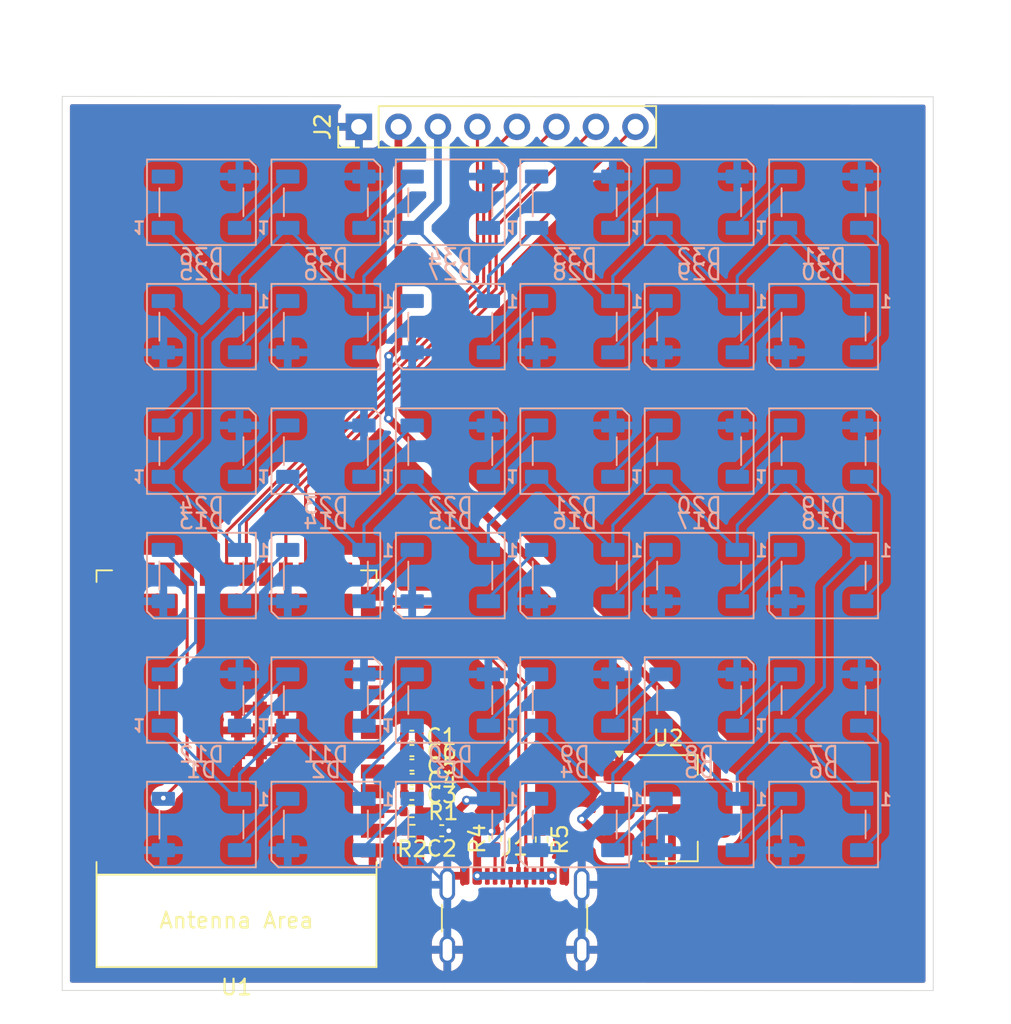
<source format=kicad_pcb>
(kicad_pcb (version 20241129) (generator "pcbnew") (generator_version "8.99")
  (layers (0 "F.Cu" signal) (2 "B.Cu" signal) (13 "F.Paste" user) (15 "B.Paste" user) (5 "F.SilkS" user "F.Silkscreen") (7 "B.SilkS" user "B.Silkscreen") (1 "F.Mask" user) (3 "B.Mask" user) (25 "Edge.Cuts" user))
  (net 0 "")
  (net 1 "GND")
  (net 2 "VCC")
  (net 3 "+3V3")
  (net 4 "Net-(D1-DOUT)")
  (net 5 "Net-(D2-DOUT)")
  (net 6 "Net-(D3-DOUT)")
  (net 7 "Net-(D4-DOUT)")
  (net 8 "Net-(D5-DOUT)")
  (net 9 "Net-(D7-DOUT)")
  (net 10 "Net-(D8-DOUT)")
  (net 11 "Net-(D10-DIN)")
  (net 12 "Net-(D10-DOUT)")
  (net 13 "Net-(D11-DOUT)")
  (net 14 "Net-(D13-DOUT)")
  (net 15 "Net-(D14-DOUT)")
  (net 16 "Net-(D15-DOUT)")
  (net 17 "Net-(D16-DOUT)")
  (net 18 "Net-(D17-DOUT)")
  (net 19 "Net-(D19-DOUT)")
  (net 20 "Net-(D20-DOUT)")
  (net 21 "Net-(D21-DOUT)")
  (net 22 "Net-(D22-DOUT)")
  (net 23 "Net-(D23-DOUT)")
  (net 24 "Net-(D24-DOUT)")
  (net 25 "Net-(D25-DOUT)")
  (net 26 "Net-(D26-DOUT)")
  (net 27 "Net-(D27-DOUT)")
  (net 28 "Net-(D28-DOUT)")
  (net 29 "Net-(D29-DOUT)")
  (net 30 "Net-(D30-DOUT)")
  (net 31 "Net-(D31-DOUT)")
  (net 32 "Net-(D32-DOUT)")
  (net 33 "Net-(D33-DOUT)")
  (net 35 "D+")
  (net 36 "D-")
  (net 37 "Net-(J1-CC1)")
  (net 38 "Net-(J1-CC2)")
  (net 39 "Net-(U1-EN)")
  (net 40 "Net-(U1-3V3)")
  (net 42 "LEDs")
  (net 43 "Net-(D6-DOUT)")
  (net 44 "Net-(D12-DOUT)")
  (net 45 "Net-(D18-DOUT)")
  (net 49 "GPIO10")
  (net 52 "GPIO9")
  (net 53 "GPIO11")
  (net 68 "Net-(D34-DOUT)")
  (net 69 "Net-(D35-DOUT)")
  (net 70 "GPIO13")
  (net 71 "GPIO12")
  (footprint "Package_TO_SOT_SMD:SOT-223-3_TabPin2" (layer "F.Cu") (at 80.45 72.95)
    (property "Reference" "U2")
    (property "Value" "NCP1117-3.3_SOT223")
  )
  (footprint "Capacitor_SMD:C_0402_1005Metric" (layer "F.Cu") (at 63.98 69.25)
    (property "Reference" "C6")
    (property "Value" "1u")
  )
  (footprint "Capacitor_SMD:C_0402_1005Metric" (layer "F.Cu") (at 65.9 74.4)
    (property "Reference" "C2")
    (property "Value" "10u")
  )
  (footprint "Capacitor_SMD:C_0402_1005Metric" (layer "F.Cu") (at 63.975 68.325)
    (property "Reference" "C1")
    (property "Value" "1u")
  )
  (footprint "Resistor_SMD:R_0402_1005Metric" (layer "F.Cu") (at 63.95 73.15 180)
    (property "Reference" "R1")
    (property "Value" "10k")
  )
  (footprint "PCM_Espressif:ESP32-S3-WROOM-1" (layer "F.Cu") (at 52.705 67.412 180)
    (property "Reference" "U1")
    (property "Value" "ESP32-S3-WROOM-1")
  )
  (footprint "Capacitor_SMD:C_0402_1005Metric" (layer "F.Cu") (at 63.98 70.175)
    (property "Reference" "C5")
    (property "Value" "1u")
  )
  (footprint "Capacitor_SMD:C_0402_1005Metric" (layer "F.Cu") (at 63.98 72.06)
    (property "Reference" "C3")
    (property "Value" "1u")
  )
  (footprint "Connector_USB:USB_C_Receptacle_GCT_USB4105-xx-A_16P_TopMnt_Horizontal" (layer "F.Cu") (at 70.58 80.975)
    (property "Reference" "J1")
    (property "Value" "USB_C_Receptacle_USB2.0_14P")
  )
  (footprint "Resistor_SMD:R_0402_1005Metric" (layer "F.Cu") (at 69.35 74.91 90)
    (property "Reference" "R4")
    (property "Value" "5.1k")
  )
  (footprint "Capacitor_SMD:C_0402_1005Metric" (layer "F.Cu") (at 64 71.1)
    (property "Reference" "C4")
    (property "Value" "1u")
  )
  (footprint "Connector_PinHeader_2.54mm:PinHeader_1x08_P2.54mm_Vertical" (layer "F.Cu") (at 60.575 29.15 90)
    (property "Reference" "J2")
    (property "Value" "Conn_01x08")
  )
  (footprint "Resistor_SMD:R_0402_1005Metric" (layer "F.Cu") (at 72.325 74.965 -90)
    (property "Reference" "R5")
    (property "Value" "5.1k")
  )
  (footprint "Resistor_SMD:R_0402_1005Metric" (layer "F.Cu") (at 64.01 74.4)
    (property "Reference" "R2")
    (property "Value" "100n")
  )
  (footprint "LED_SMD:LED_WS2812B_PLCC4_5.0x5.0mm_P3.2mm" (layer "B.Cu") (at 58.45 50)
    (property "Reference" "D23")
    (property "Value" "WS2812B")
  )
  (footprint "LED_SMD:LED_WS2812B_PLCC4_5.0x5.0mm_P3.2mm" (layer "B.Cu") (at 90.45 50)
    (property "Reference" "D19")
    (property "Value" "WS2812B")
  )
  (footprint "LED_SMD:LED_WS2812B_PLCC4_5.0x5.0mm_P3.2mm" (layer "B.Cu") (at 82.45 50)
    (property "Reference" "D20")
    (property "Value" "WS2812B")
  )
  (footprint "LED_SMD:LED_WS2812B_PLCC4_5.0x5.0mm_P3.2mm" (layer "B.Cu") (at 58.45 66)
    (property "Reference" "D11")
    (property "Value" "WS2812B")
  )
  (footprint "LED_SMD:LED_WS2812B_PLCC4_5.0x5.0mm_P3.2mm" (layer "B.Cu") (at 50.45 50)
    (property "Reference" "D24")
    (property "Value" "WS2812B")
  )
  (footprint "LED_SMD:LED_WS2812B_PLCC4_5.0x5.0mm_P3.2mm" (layer "B.Cu") (at 66.45 58 180)
    (property "Reference" "D15")
    (property "Value" "WS2812B")
  )
  (footprint "LED_SMD:LED_WS2812B_PLCC4_5.0x5.0mm_P3.2mm" (layer "B.Cu") (at 50.45 74 180)
    (property "Reference" "D1")
    (property "Value" "WS2812B")
  )
  (footprint "LED_SMD:LED_WS2812B_PLCC4_5.0x5.0mm_P3.2mm" (layer "B.Cu") (at 74.45 34)
    (property "Reference" "D33")
    (property "Value" "WS2812B")
  )
  (footprint "LED_SMD:LED_WS2812B_PLCC4_5.0x5.0mm_P3.2mm" (layer "B.Cu") (at 74.45 66)
    (property "Reference" "D9")
    (property "Value" "WS2812B")
  )
  (footprint "LED_SMD:LED_WS2812B_PLCC4_5.0x5.0mm_P3.2mm" (layer "B.Cu") (at 66.45 66)
    (property "Reference" "D10")
    (property "Value" "WS2812B")
  )
  (footprint "LED_SMD:LED_WS2812B_PLCC4_5.0x5.0mm_P3.2mm" (layer "B.Cu") (at 90.45 34)
    (property "Reference" "D31")
    (property "Value" "WS2812B")
  )
  (footprint "LED_SMD:LED_WS2812B_PLCC4_5.0x5.0mm_P3.2mm" (layer "B.Cu") (at 58.45 74 180)
    (property "Reference" "D2")
    (property "Value" "WS2812B")
  )
  (footprint "LED_SMD:LED_WS2812B_PLCC4_5.0x5.0mm_P3.2mm" (layer "B.Cu") (at 74.45 42 180)
    (property "Reference" "D28")
    (property "Value" "WS2812B")
  )
  (footprint "LED_SMD:LED_WS2812B_PLCC4_5.0x5.0mm_P3.2mm" (layer "B.Cu") (at 58.45 58 180)
    (property "Reference" "D14")
    (property "Value" "WS2812B")
  )
  (footprint "LED_SMD:LED_WS2812B_PLCC4_5.0x5.0mm_P3.2mm" (layer "B.Cu") (at 74.45 74 180)
    (property "Reference" "D4")
    (property "Value" "WS2812B")
  )
  (footprint "LED_SMD:LED_WS2812B_PLCC4_5.0x5.0mm_P3.2mm" (layer "B.Cu") (at 66.45 42 180)
    (property "Reference" "D27")
    (property "Value" "WS2812B")
  )
  (footprint "LED_SMD:LED_WS2812B_PLCC4_5.0x5.0mm_P3.2mm" (layer "B.Cu") (at 90.45 74 180)
    (property "Reference" "D6")
    (property "Value" "WS2812B")
  )
  (footprint "LED_SMD:LED_WS2812B_PLCC4_5.0x5.0mm_P3.2mm" (layer "B.Cu") (at 50.45 66)
    (property "Reference" "D12")
    (property "Value" "WS2812B")
  )
  (footprint "LED_SMD:LED_WS2812B_PLCC4_5.0x5.0mm_P3.2mm" (layer "B.Cu") (at 66.45 34)
    (property "Reference" "D34")
    (property "Value" "WS2812B")
  )
  (footprint "LED_SMD:LED_WS2812B_PLCC4_5.0x5.0mm_P3.2mm" (layer "B.Cu") (at 90.45 58 180)
    (property "Reference" "D18")
    (property "Value" "WS2812B")
  )
  (footprint "LED_SMD:LED_WS2812B_PLCC4_5.0x5.0mm_P3.2mm" (layer "B.Cu") (at 66.45 74 180)
    (property "Reference" "D3")
    (property "Value" "WS2812B")
  )
  (footprint "LED_SMD:LED_WS2812B_PLCC4_5.0x5.0mm_P3.2mm" (layer "B.Cu") (at 50.45 42 180)
    (property "Reference" "D25")
    (property "Value" "WS2812B")
  )
  (footprint "LED_SMD:LED_WS2812B_PLCC4_5.0x5.0mm_P3.2mm" (layer "B.Cu") (at 50.45 34)
    (property "Reference" "D36")
    (property "Value" "WS2812B")
  )
  (footprint "LED_SMD:LED_WS2812B_PLCC4_5.0x5.0mm_P3.2mm" (layer "B.Cu") (at 82.45 34)
    (property "Reference" "D32")
    (property "Value" "WS2812B")
  )
  (footprint "LED_SMD:LED_WS2812B_PLCC4_5.0x5.0mm_P3.2mm" (layer "B.Cu") (at 74.45 50)
    (property "Reference" "D21")
    (property "Value" "WS2812B")
  )
  (footprint "LED_SMD:LED_WS2812B_PLCC4_5.0x5.0mm_P3.2mm" (layer "B.Cu") (at 82.45 66)
    (property "Reference" "D8")
    (property "Value" "WS2812B")
  )
  (footprint "LED_SMD:LED_WS2812B_PLCC4_5.0x5.0mm_P3.2mm" (layer "B.Cu") (at 74.45 58 180)
    (property "Reference" "D16")
    (property "Value" "WS2812B")
  )
  (footprint "LED_SMD:LED_WS2812B_PLCC4_5.0x5.0mm_P3.2mm" (layer "B.Cu") (at 58.45 34)
    (property "Reference" "D35")
    (property "Value" "WS2812B")
  )
  (footprint "LED_SMD:LED_WS2812B_PLCC4_5.0x5.0mm_P3.2mm" (layer "B.Cu") (at 50.45 58 180)
    (property "Reference" "D13")
    (property "Value" "WS2812B")
  )
  (footprint "LED_SMD:LED_WS2812B_PLCC4_5.0x5.0mm_P3.2mm" (layer "B.Cu") (at 82.45 74 180)
    (property "Reference" "D5")
    (property "Value" "WS2812B")
  )
  (footprint "LED_SMD:LED_WS2812B_PLCC4_5.0x5.0mm_P3.2mm" (layer "B.Cu") (at 82.45 58 180)
    (property "Reference" "D17")
    (property "Value" "WS2812B")
  )
  (footprint "LED_SMD:LED_WS2812B_PLCC4_5.0x5.0mm_P3.2mm" (layer "B.Cu") (at 90.45 42 180)
    (property "Reference" "D30")
    (property "Value" "WS2812B")
  )
  (footprint "LED_SMD:LED_WS2812B_PLCC4_5.0x5.0mm_P3.2mm" (layer "B.Cu") (at 82.45 42 180)
    (property "Reference" "D29")
    (property "Value" "WS2812B")
  )
  (footprint "LED_SMD:LED_WS2812B_PLCC4_5.0x5.0mm_P3.2mm" (layer "B.Cu") (at 58.45 42 180)
    (property "Reference" "D26")
    (property "Value" "WS2812B")
  )
  (footprint "LED_SMD:LED_WS2812B_PLCC4_5.0x5.0mm_P3.2mm" (layer "B.Cu") (at 66.45 50)
    (property "Reference" "D22")
    (property "Value" "WS2812B")
  )
  (footprint "LED_SMD:LED_WS2812B_PLCC4_5.0x5.0mm_P3.2mm" (layer "B.Cu") (at 90.45 66)
    (property "Reference" "D7")
    (property "Value" "WS2812B")
  )
  (gr_line (start 65.98 84.67) (end 97.5 84.675) (stroke (width 0.05)) (layer "Edge.Cuts"))
  (gr_line (start 97.5 27.225) (end 41.5 27.2) (stroke (width 0.05)) (layer "Edge.Cuts"))
  (gr_line (start 41.5 27.2) (end 41.5 84.67) (stroke (width 0.05)) (layer "Edge.Cuts"))
  (gr_line (start 97.5 84.675) (end 97.5 27.225) (stroke (width 0.05)) (layer "Edge.Cuts"))
  (gr_line (start 65.98 84.67) (end 41.5 84.67) (stroke (width 0.05)) (layer "Edge.Cuts"))
  (segment (start 66.35 74.4) (end 66.38 74.4) (width 0.2) (layer "F.Cu") (net 1))
  (segment (start 63.5 71.08) (end 63.52 71.1) (width 0.5) (layer "F.Cu") (net 1))
  (segment (start 69.35 74.4) (end 69.324265 74.425735) (width 0.2) (layer "F.Cu") (net 1))
  (segment (start 69.324265 74.425735) (end 69.075735 74.425735) (width 0.2) (layer "F.Cu") (net 1))
  (via (at 69.075735 74.425735) (size 0.6) (drill 0.3) (layers "F.Cu" "B.Cu") (net 1))
  (via (at 66.35 74.4) (size 0.6) (drill 0.3) (layers "F.Cu" "B.Cu") (net 1))
  (segment (start 66.22 77.87) (end 64 75.65) (width 0.2) (layer "B.Cu") (net 1))
  (segment (start 66.26 77.87) (end 66.22 77.87) (width 0.2) (layer "B.Cu") (net 1))
  (segment (start 52.9 48.35) (end 52.9 48.7) (width 0.2) (layer "B.Cu") (net 1))
  (segment (start 66.375735 74.425735) (end 66.35 74.4) (width 0.2) (layer "B.Cu") (net 1))
  (segment (start 48.04 59.69) (end 48 59.65) (width 0.2) (layer "B.Cu") (net 1))
  (segment (start 69.075735 74.425735) (end 66.375735 74.425735) (width 0.2) (layer "B.Cu") (net 1))
  (segment (start 66.9 73.15) (end 68.18 74.43) (width 0.5) (layer "F.Cu") (net 2))
  (segment (start 64.455 73.145) (end 64.46 73.15) (width 0.5) (layer "F.Cu") (net 2))
  (segment (start 77.3 75.25) (end 76.5 75.25) (width 0.5) (layer "F.Cu") (net 2))
  (segment (start 76.5 75.25) (end 74.9 73.65) (width 0.5) (layer "F.Cu") (net 2))
  (segment (start 64.46 73.15) (end 66.9 73.15) (width 0.5) (layer "F.Cu") (net 2))
  (segment (start 67.5 72.55) (end 67.5 72.45) (width 0.5) (layer "F.Cu") (net 2))
  (segment (start 68.18 74.43) (end 68.18 77.295) (width 0.5) (layer "F.Cu") (net 2))
  (segment (start 63.385 77.915) (end 63.4 77.9) (width 0.5) (layer "F.Cu") (net 2))
  (segment (start 66.9 73.15) (end 67.5 72.55) (width 0.5) (layer "F.Cu") (net 2))
  (segment (start 63.375 77.915) (end 63.385 77.915) (width 0.5) (layer "F.Cu") (net 2))
  (segment (start 64.455 68.325) (end 64.455 73.145) (width 0.5) (layer "F.Cu") (net 2))
  (via (at 72.98 77.295) (size 0.6) (drill 0.3) (layers "F.Cu" "B.Cu") (net 2))
  (via (at 68.18 77.3) (size 0.6) (drill 0.3) (layers "F.Cu" "B.Cu") (net 2))
  (via (at 74.9 73.65) (size 0.6) (drill 0.3) (layers "F.Cu" "B.Cu") (net 2))
  (via (at 67.5 72.45) (size 0.6) (drill 0.3) (layers "F.Cu" "B.Cu") (net 2))
  (segment (start 52.9 72.35) (end 52.9 70.75) (width 0.2) (layer "B.Cu") (net 2))
  (segment (start 60.9 72.425) (end 60.9 72.35) (width 0.5) (layer "B.Cu") (net 2))
  (segment (start 56.2 67.65) (end 56 67.65) (width 0.2) (layer "B.Cu") (net 2))
  (segment (start 84.9 56.35) (end 80.2 51.65) (width 0.2) (layer "B.Cu") (net 2))
  (segment (start 60.7 56.35) (end 57.4 53.05) (width 0.2) (layer "B.Cu") (net 2))
  (segment (start 50.5 42.75) (end 52.9 40.35) (width 0.2) (layer "B.Cu") (net 2))
  (segment (start 76.9 40.35) (end 76.9 38.75) (width 0.2) (layer "B.Cu") (net 2))
  (segment (start 65.655 33.995) (end 64 35.65) (width 0.5) (layer "B.Cu") (net 2))
  (segment (start 92.7 72.35) (end 88 67.65) (width 0.2) (layer "B.Cu") (net 2))
  (segment (start 90.5 58.75) (end 92.9 56.35) (width 0.2) (layer "B.Cu") (net 2))
  (segment (start 67.5 72.45) (end 68.8 72.45) (width 0.5) (layer "B.Cu") (net 2))
  (segment (start 60.9 56.35) (end 60.9 54.75) (width 0.2) (layer "B.Cu") (net 2))
  (segment (start 76.9 56.35) (end 72.2 51.65) (width 0.2) (layer "B.Cu") (net 2))
  (segment (start 76.2 72.35) (end 76.9 72.35) (width 0.5) (layer "B.Cu") (net 2))
  (segment (start 52.9 40.35) (end 52.9 38.75) (width 0.2) (layer "B.Cu") (net 2))
  (segment (start 72.2 51.65) (end 72 51.65) (width 0.2) (layer "B.Cu") (net 2))
  (segment (start 64.2 35.65) (end 68.9 40.35) (width 0.2) (layer "B.Cu") (net 2))
  (segment (start 60.9 70.75) (end 64 67.65) (width 0.2) (layer "B.Cu") (net 2))
  (segment (start 80.2 67.65) (end 80 67.65) (width 0.2) (layer "B.Cu") (net 2))
  (segment (start 56 35.65) (end 60.7 40.35) (width 0.2) (layer "B.Cu") (net 2))
  (segment (start 68.61 72.35) (end 68.9 72.35) (width 0.5) (layer "B.Cu") (net 2))
  (segment (start 60.9 72.35) (end 60.9 70.75) (width 0.2) (layer "B.Cu") (net 2))
  (segment (start 68.9 56.35) (end 68.7 56.35) (width 0.2) (layer "B.Cu") (net 2))
  (segment (start 52.9 72.35) (end 52.7 72.35) (width 0.2) (layer "B.Cu") (net 2))
  (segment (start 68.9 70.75) (end 72 67.65) (width 0.2) (layer "B.Cu") (net 2))
  (segment (start 90.5 65.15) (end 90.5 58.75) (width 0.2) (layer "B.Cu") (net 2))
  (segment (start 84.9 70.75) (end 88 67.65) (width 0.2) (layer "B.Cu") (net 2))
  (segment (start 52.9 70.75) (end 56 67.65) (width 0.2) (layer "B.Cu") (net 2))
  (segment (start 80.2 51.65) (end 80 51.65) (width 0.2) (layer "B.Cu") (net 2))
  (segment (start 57.4 53.05) (end 56 51.65) (width 0.2) (layer "B.Cu") (net 2))
  (segment (start 60.9 56.35) (end 60.7 56.35) (width 0.2) (layer "B.Cu") (net 2))
  (segment (start 60.9 54.75) (end 64 51.65) (width 0.2) (layer "B.Cu") (net 2))
  (segment (start 52.9 40.35) (end 48.2 35.65) (width 0.2) (layer "B.Cu") (net 2))
  (segment (start 84.9 54.75) (end 88 51.65) (width 0.2) (layer "B.Cu") (net 2))
  (segment (start 72 35.65) (end 76.7 40.35) (width 0.2) (layer "B.Cu") (net 2))
  (segment (start 76.7 40.35) (end 76.9 40.35) (width 0.2) (layer "B.Cu") (net 2))
  (segment (start 74.9 73.65) (end 76.2 72.35) (width 0.5) (layer "B.Cu") (net 2))
  (segment (start 60.7 40.35) (end 60.9 40.35) (width 0.2) (layer "B.Cu") (net 2))
  (segment (start 52.7 72.35) (end 48 67.65) (width 0.2) (layer "B.Cu") (net 2))
  (segment (start 52.9 56.35) (end 48.2 51.65) (width 0.2) (layer "B.Cu") (net 2))
  (segment (start 88 67.65) (end 90.5 65.15) (width 0.2) (layer "B.Cu") (net 2))
  (segment (start 68.18 77.295) (end 68.18 77.3) (width 0.5) (layer "B.Cu") (net 2))
  (segment (start 72.98 77.3) (end 72.98 77.295) (width 0.5) (layer "B.Cu") (net 2))
  (segment (start 76.9 54.75) (end 80 51.65) (width 0.2) (layer "B.Cu") (net 2))
  (segment (start 64 35.65) (end 64.2 35.65) (width 0.2) (layer "B.Cu") (net 2))
  (segment (start 84.9 40.35) (end 84.9 38.75) (width 0.2) (layer "B.Cu") (net 2))
  (segment (start 60.9 38.75) (end 64 35.65) (width 0.2) (layer "B.Cu") (net 2))
  (segment (start 52.9 56.35) (end 52.9 54.75) (width 0.2) (layer "B.Cu") (net 2))
  (segment (start 92.7 56.35) (end 88 51.65) (width 0.2) (layer "B.Cu") (net 2))
  (segment (start 76.9 56.35) (end 76.9 54.75) (width 0.2) (layer "B.Cu") (net 2))
  (segment (start 68.9 38.75) (end 72 35.65) (width 0.2) (layer "B.Cu") (net 2))
  (segment (start 52.9 54.75) (end 56 51.65) (width 0.2) (layer "B.Cu") (net 2))
  (segment (start 68.9 40.35) (end 68.9 38.75) (width 0.2) (layer "B.Cu") (net 2))
  (segment (start 76.9 72.35) (end 76.9 70.75) (width 0.2) (layer "B.Cu") (net 2))
  (segment (start 76.9 72.35) (end 76.7 72.35) (width 0.2) (layer "B.Cu") (net 2))
  (segment (start 72.98 77.295) (end 71.65 77.295) (width 0.5) (layer "B.Cu") (net 2))
  (segment (start 92.9 56.35) (end 92.7 56.35) (width 0.2) (layer "B.Cu") (net 2))
  (segment (start 80 35.65) (end 84.7 40.35) (width 0.2) (layer "B.Cu") (net 2))
  (segment (start 84.9 38.75) (end 88 35.65) (width 0.2) (layer "B.Cu") (net 2))
  (segment (start 76.9 70.75) (end 80 67.65) (width 0.2) (layer "B.Cu") (net 2))
  (segment (start 84.7 40.35) (end 84.9 40.35) (width 0.2) (layer "B.Cu") (net 2))
  (segment (start 76.9 38.75) (end 80 35.65) (width 0.2) (layer "B.Cu") (net 2))
  (segment (start 68.8 72.45) (end 68.9 72.35) (width 0.5) (layer "B.Cu") (net 2))
  (segment (start 92.7 40.35) (end 92.9 40.35) (width 0.2) (layer "B.Cu") (net 2))
  (segment (start 92.9 72.35) (end 92.7 72.35) (width 0.2) (layer "B.Cu") (net 2))
  (segment (start 68.9 54.75) (end 72 51.65) (width 0.2) (layer "B.Cu") (net 2))
  (segment (start 88 35.65) (end 92.7 40.35) (width 0.2) (layer "B.Cu") (net 2))
  (segment (start 84.9 56.35) (end 84.9 54.75) (width 0.2) (layer "B.Cu") (net 2))
  (segment (start 68.9 72.35) (end 68.9 70.75) (width 0.2) (layer "B.Cu") (net 2))
  (segment (start 71.65 77.295) (end 68.18 77.295) (width 0.5) (layer "B.Cu") (net 2))
  (segment (start 60.9 40.35) (end 60.9 38.75) (width 0.2) (layer "B.Cu") (net 2))
  (segment (start 65.655 29.15) (end 65.655 33.995) (width 0.5) (layer "B.Cu") (net 2))
  (segment (start 68.7 56.35) (end 64 51.65) (width 0.2) (layer "B.Cu") (net 2))
  (segment (start 50.5 49.15) (end 50.5 42.75) (width 0.2) (layer "B.Cu") (net 2))
  (segment (start 48 51.65) (end 50.5 49.15) (width 0.2) (layer "B.Cu") (net 2))
  (segment (start 68.7 72.35) (end 64 67.65) (width 0.2) (layer "B.Cu") (net 2))
  (segment (start 84.9 72.35) (end 84.9 70.75) (width 0.2) (layer "B.Cu") (net 2))
  (segment (start 68.9 56.35) (end 68.9 54.75) (width 0.2) (layer "B.Cu") (net 2))
  (segment (start 84.9 72.35) (end 80.2 67.65) (width 0.2) (layer "B.Cu") (net 2))
  (segment (start 71.155 77.295) (end 71.65 77.295) (width 0.5) (layer "B.Cu") (net 2))
  (segment (start 60.9 72.35) (end 56.2 67.65) (width 0.2) (layer "B.Cu") (net 2))
  (segment (start 76.7 72.35) (end 72 67.65) (width 0.2) (layer "B.Cu") (net 2))
  (segment (start 52.9 38.75) (end 56 35.65) (width 0.2) (layer "B.Cu") (net 2))
  (segment (start 68.9 72.35) (end 68.7 72.35) (width 0.2) (layer "B.Cu") (net 2))
  (segment (start 77.3 72.95) (end 80.7 72.95) (width 0.5) (layer "F.Cu") (net 3))
  (segment (start 80.7 72.95) (end 83.6 72.95) (width 0.5) (layer "F.Cu") (net 3))
  (segment (start 77.2 80.35) (end 66 80.35) (width 0.5) (layer "F.Cu") (net 3))
  (segment (start 62.483465 47.883465) (end 83.6 69) (width 0.5) (layer "F.Cu") (net 3))
  (segment (start 63.115 29.15) (end 63.115 43.285) (width 0.5) (layer "F.Cu") (net 3))
  (segment (start 83.6 69) (end 83.6 72.95) (width 0.5) (layer "F.Cu") (net 3))
  (segment (start 64.52 78.87) (end 64.52 74.4) (width 0.5) (layer "F.Cu") (net 3))
  (segment (start 80.7 72.95) (end 80.7 76.85) (width 0.5) (layer "F.Cu") (net 3))
  (segment (start 65.42 74.4) (end 64.52 74.4) (width 0.5) (layer "F.Cu") (net 3))
  (segment (start 63.115 43.285) (end 62.5 43.9) (width 0.5) (layer "F.Cu") (net 3))
  (segment (start 66 80.35) (end 64.52 78.87) (width 0.5) (layer "F.Cu") (net 3))
  (segment (start 80.7 76.85) (end 77.2 80.35) (width 0.5) (layer "F.Cu") (net 3))
  (via (at 62.483465 47.883465) (size 0.6) (drill 0.3) (layers "F.Cu" "B.Cu") (net 3))
  (via (at 62.5 43.9) (size 0.6) (drill 0.3) (layers "F.Cu" "B.Cu") (net 3))
  (segment (start 62.5 47.86693) (end 62.483465 47.883465) (width 0.5) (layer "B.Cu") (net 3))
  (segment (start 62.5 43.9) (end 62.5 47.86693) (width 0.5) (layer "B.Cu") (net 3))
  (segment (start 52.9 75.45) (end 56 72.35) (width 0.2) (layer "B.Cu") (net 4))
  (segment (start 52.9 75.65) (end 52.9 75.45) (width 0.2) (layer "B.Cu") (net 4))
  (segment (start 60.9 75.65) (end 60.9 75.45) (width 0.2) (layer "B.Cu") (net 5))
  (segment (start 60.9 75.45) (end 64 72.35) (width 0.2) (layer "B.Cu") (net 5))
  (segment (start 68.9 75.45) (end 72 72.35) (width 0.2) (layer "B.Cu") (net 6))
  (segment (start 68.9 75.65) (end 68.9 75.45) (width 0.2) (layer "B.Cu") (net 6))
  (segment (start 76.9 75.45) (end 80 72.35) (width 0.2) (layer "B.Cu") (net 7))
  (segment (start 76.9 75.65) (end 76.9 75.45) (width 0.2) (layer "B.Cu") (net 7))
  (segment (start 84.9 75.65) (end 84.9 75.45) (width 0.2) (layer "B.Cu") (net 8))
  (segment (start 84.9 75.45) (end 88 72.35) (width 0.2) (layer "B.Cu") (net 8))
  (segment (start 84.9 67.65) (end 84.9 67.45) (width 0.2) (layer "B.Cu") (net 9))
  (segment (start 84.9 67.45) (end 88 64.35) (width 0.2) (layer "B.Cu") (net 9))
  (segment (start 76.9 67.45) (end 80 64.35) (width 0.2) (layer "B.Cu") (net 10))
  (segment (start 76.9 67.65) (end 76.9 67.45) (width 0.2) (layer "B.Cu") (net 10))
  (segment (start 68.9 67.65) (end 68.9 67.45) (width 0.2) (layer "B.Cu") (net 11))
  (segment (start 68.9 67.45) (end 72 64.35) (width 0.2) (layer "B.Cu") (net 11))
  (segment (start 60.9 67.45) (end 64 64.35) (width 0.2) (layer "B.Cu") (net 12))
  (segment (start 60.9 67.65) (end 60.9 67.45) (width 0.2) (layer "B.Cu") (net 12))
  (segment (start 52.9 67.45) (end 56 64.35) (width 0.2) (layer "B.Cu") (net 13))
  (segment (start 52.9 67.65) (end 52.9 67.45) (width 0.2) (layer "B.Cu") (net 13))
  (segment (start 52.9 59.45) (end 56 56.35) (width 0.2) (layer "B.Cu") (net 14))
  (segment (start 52.9 59.65) (end 52.9 59.45) (width 0.2) (layer "B.Cu") (net 14))
  (segment (start 60.9 59.65) (end 60.9 59.45) (width 0.2) (layer "B.Cu") (net 15))
  (segment (start 60.9 59.45) (end 64 56.35) (width 0.2) (layer "B.Cu") (net 15))
  (segment (start 68.9 59.65) (end 68.9 59.45) (width 0.2) (layer "B.Cu") (net 16))
  (segment (start 68.9 59.45) (end 72 56.35) (width 0.2) (layer "B.Cu") (net 16))
  (segment (start 76.9 59.45) (end 80 56.35) (width 0.2) (layer "B.Cu") (net 17))
  (segment (start 76.9 59.65) (end 76.9 59.45) (width 0.2) (layer "B.Cu") (net 17))
  (segment (start 84.9 59.65) (end 84.9 59.45) (width 0.2) (layer "B.Cu") (net 18))
  (segment (start 84.9 59.45) (end 88 56.35) (width 0.2) (layer "B.Cu") (net 18))
  (segment (start 84.9 51.65) (end 84.9 51.45) (width 0.2) (layer "B.Cu") (net 19))
  (segment (start 84.9 51.45) (end 88 48.35) (width 0.2) (layer "B.Cu") (net 19))
  (segment (start 76.9 51.65) (end 76.9 51.45) (width 0.2) (layer "B.Cu") (net 20))
  (segment (start 76.9 51.45) (end 80 48.35) (width 0.2) (layer "B.Cu") (net 20))
  (segment (start 68.9 51.45) (end 72 48.35) (width 0.2) (layer "B.Cu") (net 21))
  (segment (start 68.9 51.65) (end 68.9 51.45) (width 0.2) (layer "B.Cu") (net 21))
  (segment (start 60.9 51.65) (end 60.9 51.45) (width 0.2) (layer "B.Cu") (net 22))
  (segment (start 60.9 51.45) (end 64 48.35) (width 0.2) (layer "B.Cu") (net 22))
  (segment (start 52.9 51.65) (end 52.9 51.45) (width 0.2) (layer "B.Cu") (net 23))
  (segment (start 52.9 51.45) (end 56 48.35) (width 0.2) (layer "B.Cu") (net 23))
  (segment (start 50.125 42.475) (end 50.125 42.5579) (width 0.2) (layer "B.Cu") (net 24))
  (segment (start 50.099 46.251) (end 48 48.35) (width 0.2) (layer "B.Cu") (net 24))
  (segment (start 50.099 42.5839) (end 50.099 46.251) (width 0.2) (layer "B.Cu") (net 24))
  (segment (start 48 40.35) (end 50.125 42.475) (width 0.2) (layer "B.Cu") (net 24))
  (segment (start 50.125 42.5579) (end 50.099 42.5839) (width 0.2) (layer "B.Cu") (net 24))
  (segment (start 52.9 43.65) (end 52.9 43.45) (width 0.2) (layer "B.Cu") (net 25))
  (segment (start 52.9 43.45) (end 56 40.35) (width 0.2) (layer "B.Cu") (net 25))
  (segment (start 60.9 43.65) (end 60.9 43.45) (width 0.2) (layer "B.Cu") (net 26))
  (segment (start 60.9 43.45) (end 64 40.35) (width 0.2) (layer "B.Cu") (net 26))
  (segment (start 68.9 43.65) (end 68.9 43.45) (width 0.2) (layer "B.Cu") (net 27))
  (segment (start 68.9 43.45) (end 72 40.35) (width 0.2) (layer "B.Cu") (net 27))
  (segment (start 76.9 43.65) (end 76.9 43.45) (width 0.2) (layer "B.Cu") (net 28))
  (segment (start 76.9 43.45) (end 80 40.35) (width 0.2) (layer "B.Cu") (net 28))
  (segment (start 84.9 43.65) (end 84.9 43.45) (width 0.2) (layer "B.Cu") (net 29))
  (segment (start 84.9 43.45) (end 88 40.35) (width 0.2) (layer "B.Cu") (net 29))
  (segment (start 94.05 42.5) (end 92.9 43.65) (width 0.2) (layer "B.Cu") (net 30))
  (segment (start 92.9 35.65) (end 94.05 36.8) (width 0.2) (layer "B.Cu") (net 30))
  (segment (start 94.05 36.8) (end 94.05 42.5) (width 0.2) (layer "B.Cu") (net 30))
  (segment (start 84.9 35.65) (end 84.9 35.45) (width 0.2) (layer "B.Cu") (net 31))
  (segment (start 84.9 35.45) (end 88 32.35) (width 0.2) (layer "B.Cu") (net 31))
  (segment (start 76.9 35.45) (end 80 32.35) (width 0.2) (layer "B.Cu") (net 32))
  (segment (start 76.9 35.65) (end 76.9 35.45) (width 0.2) (layer "B.Cu") (net 32))
  (segment (start 68.9 35.45) (end 72 32.35) (width 0.2) (layer "B.Cu") (net 33))
  (segment (start 68.9 35.65) (end 68.9 35.45) (width 0.2) (layer "B.Cu") (net 33))
  (segment (start 70.55 78.3) (end 71.15 78.3) (width 0.2) (layer "F.Cu") (net 35))
  (segment (start 71.33 76.432499) (end 71.33 77.295) (width 0.2) (layer "F.Cu") (net 35))
  (segment (start 71.15 78.3) (end 71.33 78.12) (width 0.2) (layer "F.Cu") (net 35))
  (segment (start 71.33 78.12) (end 71.33 77.295) (width 0.2) (layer "F.Cu") (net 35))
  (segment (start 62.580001 59.162) (end 62.990001 59.572) (width 0.2) (layer "F.Cu") (net 35))
  (segment (start 71.305 64.936802) (end 71.305 76.407499) (width 0.2) (layer "F.Cu") (net 35))
  (segment (start 65.940198 59.572) (end 71.305 64.936802) (width 0.2) (layer "F.Cu") (net 35))
  (segment (start 61.455 59.162) (end 62.580001 59.162) (width 0.2) (layer "F.Cu") (net 35))
  (segment (start 70.33 77.295) (end 70.33 78.08) (width 0.2) (layer "F.Cu") (net 35))
  (segment (start 62.990001 59.572) (end 65.940198 59.572) (width 0.2) (layer "F.Cu") (net 35))
  (segment (start 71.305 76.407499) (end 71.33 76.432499) (width 0.2) (layer "F.Cu") (net 35))
  (segment (start 70.33 78.08) (end 70.55 78.3) (width 0.2) (layer "F.Cu") (net 35))
  (segment (start 69.83 77.295) (end 69.83 76.175) (width 0.2) (layer "F.Cu") (net 36))
  (segment (start 70.855 65.123198) (end 70.855 75.15) (width 0.2) (layer "F.Cu") (net 36))
  (segment (start 70.83 76.432499) (end 70.83 77.295) (width 0.2) (layer "F.Cu") (net 36))
  (segment (start 69.83 76.175) (end 70.855 75.15) (width 0.2) (layer "F.Cu") (net 36))
  (segment (start 65.753802 60.022) (end 70.855 65.123198) (width 0.2) (layer "F.Cu") (net 36))
  (segment (start 62.990001 60.022) (end 65.753802 60.022) (width 0.2) (layer "F.Cu") (net 36))
  (segment (start 70.855 75.15) (end 70.855 76.407499) (width 0.2) (layer "F.Cu") (net 36))
  (segment (start 62.580001 60.432) (end 62.990001 60.022) (width 0.2) (layer "F.Cu") (net 36))
  (segment (start 70.855 76.407499) (end 70.83 76.432499) (width 0.2) (layer "F.Cu") (net 36))
  (segment (start 61.455 60.432) (end 62.580001 60.432) (width 0.2) (layer "F.Cu") (net 36))
  (segment (start 69.33 75.44) (end 69.35 75.42) (width 0.2) (layer "F.Cu") (net 37))
  (segment (start 69.33 77.295) (end 69.33 75.44) (width 0.2) (layer "F.Cu") (net 37))
  (segment (start 72.33 77.295) (end 72.33 75.48) (width 0.2) (layer "F.Cu") (net 38))
  (segment (start 72.33 75.48) (end 72.325 75.475) (width 0.2) (layer "F.Cu") (net 38))
  (segment (start 63.44 73.15) (end 61.473 73.15) (width 0.2) (layer "F.Cu") (net 39))
  (segment (start 61.473 73.15) (end 61.455 73.132) (width 0.2) (layer "F.Cu") (net 39))
  (segment (start 63.5 74.4) (end 63.498 74.402) (width 0.5) (layer "F.Cu") (net 40))
  (segment (start 63.498 74.402) (end 61.455 74.402) (width 0.5) (layer "F.Cu") (net 40))
  (segment (start 49.53 70.77) (end 48 72.3) (width 0.2) (layer "F.Cu") (net 42))
  (segment (start 49.53 57.912) (end 49.53 70.77) (width 0.2) (layer "F.Cu") (net 42))
  (via (at 48 72.3) (size 0.6) (drill 0.3) (layers "F.Cu" "B.Cu") (net 42))
  (segment (start 48 72.384) (end 48.006 72.39) (width 0.2) (layer "B.Cu") (net 42))
  (segment (start 48 72.3) (end 48 72.35) (width 0.2) (layer "B.Cu") (net 42))
  (segment (start 48 72.35) (end 48 72.384) (width 0.2) (layer "B.Cu") (net 42))
  (segment (start 92.9 67.65) (end 94.075 68.825) (width 0.2) (layer "B.Cu") (net 43))
  (segment (start 94.075 68.825) (end 94.075 74.475) (width 0.2) (layer "B.Cu") (net 43))
  (segment (start 94.075 74.475) (end 92.9 75.65) (width 0.2) (layer "B.Cu") (net 43))
  (segment (start 50.075 62.275) (end 48 64.35) (width 0.2) (layer "B.Cu") (net 44))
  (segment (start 50.075 58.425) (end 50.075 62.275) (width 0.2) (layer "B.Cu") (net 44))
  (segment (start 48 56.35) (end 50.075 58.425) (width 0.2) (layer "B.Cu") (net 44))
  (segment (start 94.175 58.375) (end 92.9 59.65) (width 0.2) (layer "B.Cu") (net 45))
  (segment (start 94.175 52.925) (end 94.175 58.375) (width 0.2) (layer "B.Cu") (net 45))
  (segment (start 92.9 51.65) (end 94.175 52.925) (width 0.2) (layer "B.Cu") (net 45))
  (segment (start 68.9282 40.0231) (end 68.6933 40.258) (width 0.2) (layer "F.Cu") (net 49))
  (segment (start 55.88 53.0713) (end 55.88 57.912) (width 0.2) (layer "F.Cu") (net 49))
  (segment (start 69.398 35.567) (end 69.398 38.8889) (width 0.2) (layer "F.Cu") (net 49))
  (segment (start 68.6933 40.258) (end 55.88 53.0713) (width 0.2) (layer "F.Cu") (net 49))
  (segment (start 69.398 39.5533) (end 69.1631 39.7882) (width 0.2) (layer "F.Cu") (net 49))
  (segment (start 69.398 38.8889) (end 69.398 39.2211) (width 0.2) (layer "F.Cu") (net 49))
  (segment (start 69.1631 39.7882) (end 68.9282 40.0231) (width 0.2) (layer "F.Cu") (net 49))
  (segment (start 75.815 29.15) (end 69.398 35.567) (width 0.2) (layer "F.Cu") (net 49))
  (segment (start 69.398 39.2211) (end 69.398 39.5533) (width 0.2) (layer "F.Cu") (net 49))
  (segment (start 69.3292 40.1892) (end 69.0943 40.4241) (width 0.2) (layer "F.Cu") (net 52))
  (segment (start 68.8594 40.659) (end 57.15 52.3684) (width 0.2) (layer "F.Cu") (net 52))
  (segment (start 69.799 39.7194) (end 69.5641 39.9543) (width 0.2) (layer "F.Cu") (net 52))
  (segment (start 69.799 38.7228) (end 69.799 39.055) (width 0.2) (layer "F.Cu") (net 52))
  (segment (start 57.15 52.3684) (end 57.15 57.912) (width 0.2) (layer "F.Cu") (net 52))
  (segment (start 69.799 39.3872) (end 69.799 39.7194) (width 0.2) (layer "F.Cu") (net 52))
  (segment (start 69.799 39.055) (end 69.799 39.3872) (width 0.2) (layer "F.Cu") (net 52))
  (segment (start 78.355 29.15) (end 69.799 37.706) (width 0.2) (layer "F.Cu") (net 52))
  (segment (start 69.0943 40.4241) (end 68.8594 40.659) (width 0.2) (layer "F.Cu") (net 52))
  (segment (start 69.799 37.706) (end 69.799 38.7228) (width 0.2) (layer "F.Cu") (net 52))
  (segment (start 69.5641 39.9543) (end 69.3292 40.1892) (width 0.2) (layer "F.Cu") (net 52))
  (segment (start 73.275 29.15) (end 68.997 33.428) (width 0.2) (layer "F.Cu") (net 53))
  (segment (start 68.7621 39.6221) (end 68.5272 39.857) (width 0.2) (layer "F.Cu") (net 53))
  (segment (start 68.997 33.428) (end 68.997 39.055) (width 0.2) (layer "F.Cu") (net 53))
  (segment (start 68.997 39.055) (end 68.997 39.3872) (width 0.2) (layer "F.Cu") (net 53))
  (segment (start 68.997 39.3872) (end 68.7621 39.6221) (width 0.2) (layer "F.Cu") (net 53))
  (segment (start 54.61 53.7742) (end 54.61 57.912) (width 0.2) (layer "F.Cu") (net 53))
  (segment (start 68.5272 39.857) (end 54.61 53.7742) (width 0.2) (layer "F.Cu") (net 53))
  (segment (start 60.9 35.65) (end 60.9 35.45) (width 0.2) (layer "B.Cu") (net 68))
  (segment (start 60.9 35.45) (end 64 32.35) (width 0.2) (layer "B.Cu") (net 68))
  (segment (start 52.9 35.45) (end 56 32.35) (width 0.2) (layer "B.Cu") (net 69))
  (segment (start 52.9 35.65) (end 52.9 35.45) (width 0.2) (layer "B.Cu") (net 69))
  (segment (start 68.195 39.055) (end 52.07 55.18) (width 0.2) (layer "F.Cu") (net 70))
  (segment (start 68.195 29.15) (end 68.195 39.055) (width 0.2) (layer "F.Cu") (net 70))
  (segment (start 52.07 55.18) (end 52.07 57.912) (width 0.2) (layer "F.Cu") (net 70))
  (segment (start 68.596 31.289) (end 68.596 38.8889) (width 0.2) (layer "F.Cu") (net 71))
  (segment (start 53.34 54.4771) (end 53.34 57.912) (width 0.2) (layer "F.Cu") (net 71))
  (segment (start 70.735 29.15) (end 68.596 31.289) (width 0.2) (layer "F.Cu") (net 71))
  (segment (start 68.3611 39.456) (end 53.34 54.4771) (width 0.2) (layer "F.Cu") (net 71))
  (segment (start 68.596 38.8889) (end 68.596 39.2211) (width 0.2) (layer "F.Cu") (net 71))
  (segment (start 68.596 39.2211) (end 68.3611 39.456) (width 0.2) (layer "F.Cu") (net 71))
  (zone (net 1) (net_name "GND") (layers "F&B.Cu") (connect_pads (clearance 0.5)) (min_thickness 0.25) (fill yes (thermal_gap 0.5) (thermal_bridge_width 0.5))
    (polygon (pts (xy 39.5 21) (xy 102.5 23.75) (xy 101 85.5) (xy 37.5 86.5)))
  )
)
</source>
